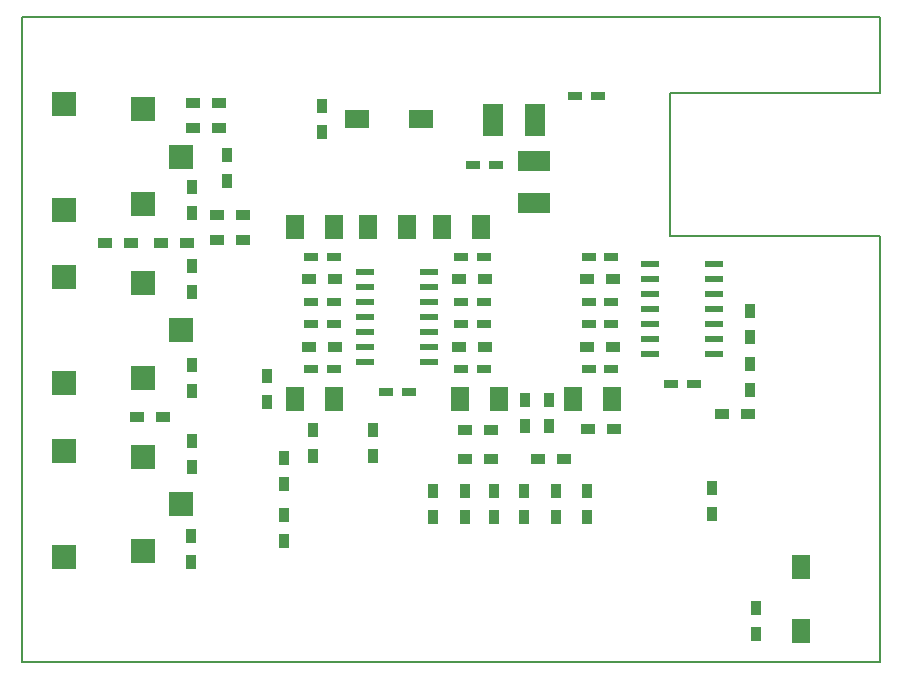
<source format=gbr>
G04 #@! TF.FileFunction,Paste,Top*
%FSLAX46Y46*%
G04 Gerber Fmt 4.6, Leading zero omitted, Abs format (unit mm)*
G04 Created by KiCad (PCBNEW 4.0.2+dfsg1-stable) date Mon 24 Oct 2016 13:43:27 CEST*
%MOMM*%
G01*
G04 APERTURE LIST*
%ADD10C,0.100000*%
%ADD11C,0.150000*%
%ADD12R,2.000000X2.000000*%
%ADD13R,1.200000X0.750000*%
%ADD14R,1.524000X2.032000*%
%ADD15R,0.900000X1.200000*%
%ADD16R,1.200000X0.900000*%
%ADD17R,2.000000X1.600000*%
%ADD18R,1.600000X2.000000*%
%ADD19R,1.500000X0.600000*%
%ADD20R,1.778000X2.794000*%
%ADD21R,2.794000X1.778000*%
G04 APERTURE END LIST*
D10*
D11*
X72644000Y48196500D02*
X72644000Y54610000D01*
X72644000Y36068000D02*
X72644000Y0D01*
X54800500Y36068000D02*
X72644000Y36068000D01*
X54800500Y48196500D02*
X54800500Y36068000D01*
X72644000Y48196500D02*
X54800500Y48196500D01*
X72644000Y0D02*
X0Y0D01*
X0Y54610000D02*
X72644000Y54610000D01*
X0Y0D02*
X0Y54610000D01*
D12*
X10250000Y38775000D03*
X13450000Y42775000D03*
X10250000Y46775000D03*
X3500000Y38275000D03*
X3500000Y47275000D03*
D13*
X37150000Y28575000D03*
X39050000Y28575000D03*
X37150000Y30480000D03*
X39050000Y30480000D03*
X37150000Y24765000D03*
X39050000Y24765000D03*
X37150000Y34290000D03*
X39050000Y34290000D03*
X32700000Y22860000D03*
X30800000Y22860000D03*
D14*
X37084000Y22225000D03*
X40386000Y22225000D03*
X32575500Y36830000D03*
X29273500Y36830000D03*
D13*
X26350000Y30480000D03*
X24450000Y30480000D03*
X26350000Y28575000D03*
X24450000Y28575000D03*
X26350000Y34290000D03*
X24450000Y34290000D03*
X26350000Y24765000D03*
X24450000Y24765000D03*
D14*
X26416000Y36830000D03*
X23114000Y36830000D03*
X26416000Y22225000D03*
X23114000Y22225000D03*
D13*
X47945000Y30480000D03*
X49845000Y30480000D03*
X49845000Y28575000D03*
X47945000Y28575000D03*
X49845000Y34290000D03*
X47945000Y34290000D03*
X49845000Y24765000D03*
X47945000Y24765000D03*
D14*
X38862000Y36830000D03*
X35560000Y36830000D03*
X49911000Y22225000D03*
X46609000Y22225000D03*
D15*
X25400000Y47074000D03*
X25400000Y44874000D03*
X61595000Y23030000D03*
X61595000Y25230000D03*
X61595000Y27475000D03*
X61595000Y29675000D03*
D16*
X37508000Y17145000D03*
X39708000Y17145000D03*
D15*
X42545000Y22182000D03*
X42545000Y19982000D03*
D16*
X37000000Y26670000D03*
X39200000Y26670000D03*
X37000000Y32385000D03*
X39200000Y32385000D03*
D15*
X29718000Y19642000D03*
X29718000Y17442000D03*
X24638000Y19642000D03*
X24638000Y17442000D03*
D16*
X26500000Y32385000D03*
X24300000Y32385000D03*
X26500000Y26670000D03*
X24300000Y26670000D03*
D15*
X62103000Y2329000D03*
X62103000Y4529000D03*
X44577000Y22182000D03*
X44577000Y19982000D03*
D16*
X47922000Y19685000D03*
X50122000Y19685000D03*
X49995000Y32385000D03*
X47795000Y32385000D03*
X49995000Y26670000D03*
X47795000Y26670000D03*
D17*
X28351500Y45974000D03*
X33751500Y45974000D03*
D18*
X65913000Y2634000D03*
X65913000Y8034000D03*
D19*
X34450000Y25400000D03*
X34450000Y26670000D03*
X34450000Y27940000D03*
X34450000Y29210000D03*
X34450000Y30480000D03*
X34450000Y31750000D03*
X34450000Y33020000D03*
X29050000Y33020000D03*
X29050000Y31750000D03*
X29050000Y30480000D03*
X29050000Y29210000D03*
X29050000Y27940000D03*
X29050000Y26670000D03*
X29050000Y25400000D03*
X53180000Y33655000D03*
X53180000Y32385000D03*
X53180000Y31115000D03*
X53180000Y29845000D03*
X53180000Y28575000D03*
X53180000Y27305000D03*
X53180000Y26035000D03*
X58580000Y26035000D03*
X58580000Y27305000D03*
X58580000Y28575000D03*
X58580000Y29845000D03*
X58580000Y31115000D03*
X58580000Y32385000D03*
X58580000Y33655000D03*
D13*
X54930000Y23495000D03*
X56830000Y23495000D03*
D20*
X43434000Y45847000D03*
X39878000Y45847000D03*
D21*
X43307000Y38862000D03*
X43307000Y42418000D03*
D13*
X48702000Y47879000D03*
X46802000Y47879000D03*
X40066000Y42037000D03*
X38166000Y42037000D03*
D12*
X10250000Y24075000D03*
X13450000Y28075000D03*
X10250000Y32075000D03*
X3500000Y23575000D03*
X3500000Y32575000D03*
X10250000Y9375000D03*
X13450000Y13375000D03*
X10250000Y17375000D03*
X3500000Y8875000D03*
X3500000Y17875000D03*
D16*
X18689500Y35750500D03*
X16489500Y35750500D03*
D15*
X42481500Y14435000D03*
X42481500Y12235000D03*
D16*
X16489500Y37846000D03*
X18689500Y37846000D03*
D15*
X39941500Y14435000D03*
X39941500Y12235000D03*
D16*
X37508000Y19621500D03*
X39708000Y19621500D03*
D15*
X37465000Y14435000D03*
X37465000Y12235000D03*
X22161500Y17292500D03*
X22161500Y15092500D03*
X14325000Y33535800D03*
X14325000Y31335800D03*
X14351000Y38016000D03*
X14351000Y40216000D03*
X20701000Y24214000D03*
X20701000Y22014000D03*
X34798000Y14435000D03*
X34798000Y12235000D03*
D16*
X43667500Y17145000D03*
X45867500Y17145000D03*
D15*
X45148500Y14435000D03*
X45148500Y12235000D03*
X17335500Y42883000D03*
X17335500Y40683000D03*
X47815500Y14435000D03*
X47815500Y12235000D03*
X14351000Y22903000D03*
X14351000Y25103000D03*
X22161500Y10203000D03*
X22161500Y12403000D03*
D16*
X16657500Y45212000D03*
X14457500Y45212000D03*
D15*
X58420000Y12489000D03*
X58420000Y14689000D03*
D16*
X59225000Y20955000D03*
X61425000Y20955000D03*
X11727000Y35433000D03*
X13927000Y35433000D03*
X7028000Y35433000D03*
X9228000Y35433000D03*
D15*
X14351000Y18689500D03*
X14351000Y16489500D03*
D16*
X9695000Y20764500D03*
X11895000Y20764500D03*
X14457500Y47307500D03*
X16657500Y47307500D03*
D15*
X14287500Y8425000D03*
X14287500Y10625000D03*
M02*

</source>
